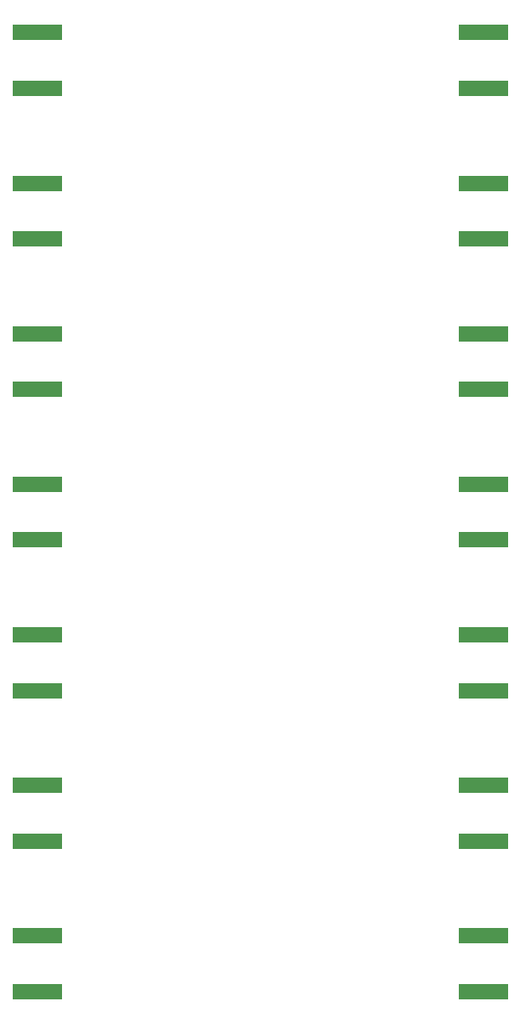
<source format=gbp>
G04*
G04 #@! TF.GenerationSoftware,Altium Limited,Altium Designer,20.2.6 (244)*
G04*
G04 Layer_Color=128*
%FSLAX44Y44*%
%MOMM*%
G71*
G04*
G04 #@! TF.SameCoordinates,69107643-4F9F-4E88-AEF3-5FE55586F8EB*
G04*
G04*
G04 #@! TF.FilePolarity,Positive*
G04*
G01*
G75*
%ADD16R,5.0000X1.6000*%
D16*
X28000Y977700D02*
D03*
Y922300D02*
D03*
X472000D02*
D03*
Y977700D02*
D03*
Y77700D02*
D03*
Y22300D02*
D03*
Y227700D02*
D03*
Y172300D02*
D03*
X28000Y322300D02*
D03*
Y377700D02*
D03*
X472000D02*
D03*
Y322300D02*
D03*
X28000Y472300D02*
D03*
Y527700D02*
D03*
X472000D02*
D03*
Y472300D02*
D03*
X28000Y622300D02*
D03*
Y677700D02*
D03*
X472000D02*
D03*
Y622300D02*
D03*
X28000Y772300D02*
D03*
Y827700D02*
D03*
X472000D02*
D03*
Y772300D02*
D03*
X28000Y22300D02*
D03*
Y77700D02*
D03*
Y172300D02*
D03*
Y227700D02*
D03*
M02*

</source>
